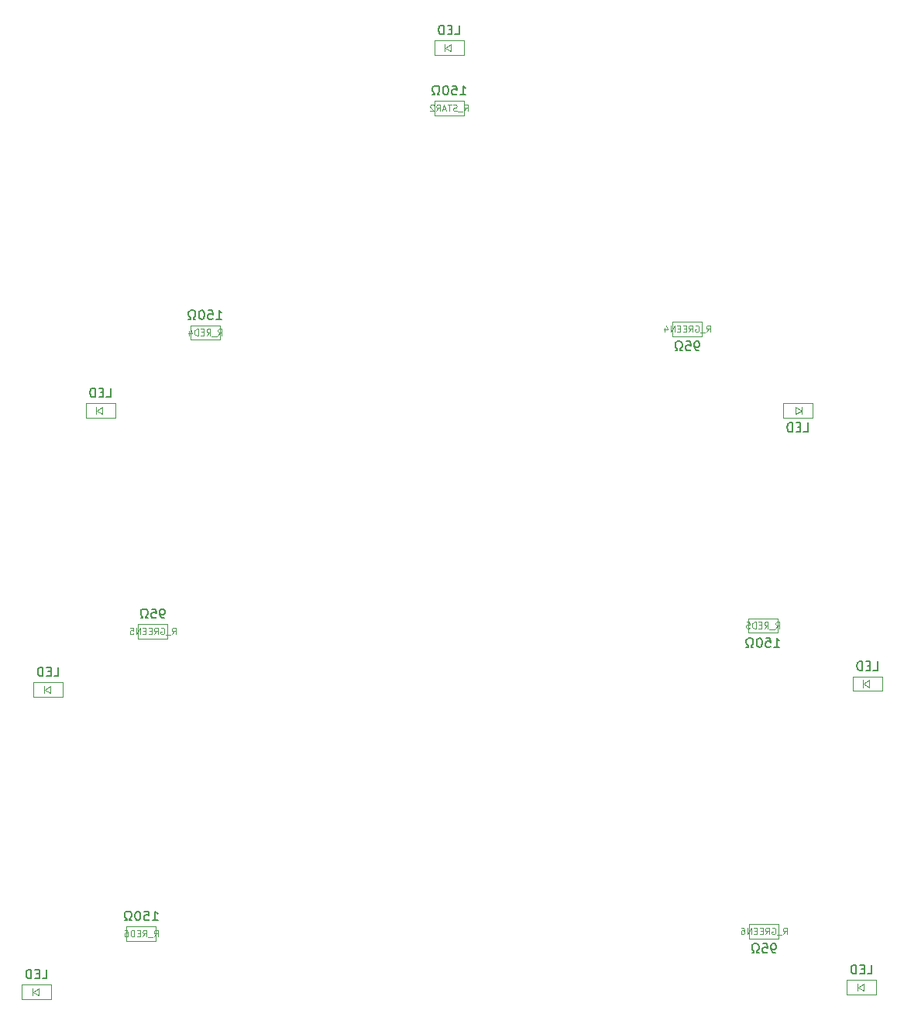
<source format=gbr>
G04 #@! TF.FileFunction,Other,Fab,Bot*
%FSLAX46Y46*%
G04 Gerber Fmt 4.6, Leading zero omitted, Abs format (unit mm)*
G04 Created by KiCad (PCBNEW 4.0.6) date Saturday, November 11, 2017 'PMt' 03:03:55 PM*
%MOMM*%
%LPD*%
G01*
G04 APERTURE LIST*
%ADD10C,0.100000*%
%ADD11C,0.150000*%
%ADD12C,0.105000*%
G04 APERTURE END LIST*
D10*
X133750000Y-64770000D02*
X133150000Y-64370000D01*
X133150000Y-64370000D02*
X133150000Y-65170000D01*
X133150000Y-65170000D02*
X133750000Y-64770000D01*
X133800000Y-64370000D02*
X133800000Y-65170000D01*
X134950000Y-65570000D02*
X134950000Y-63970000D01*
X131750000Y-65570000D02*
X134950000Y-65570000D01*
X131750000Y-63970000D02*
X131750000Y-65570000D01*
X134950000Y-63970000D02*
X131750000Y-63970000D01*
X51035000Y-95250000D02*
X51635000Y-95650000D01*
X51635000Y-95650000D02*
X51635000Y-94850000D01*
X51635000Y-94850000D02*
X51035000Y-95250000D01*
X50985000Y-95650000D02*
X50985000Y-94850000D01*
X49835000Y-94450000D02*
X49835000Y-96050000D01*
X53035000Y-94450000D02*
X49835000Y-94450000D01*
X53035000Y-96050000D02*
X53035000Y-94450000D01*
X49835000Y-96050000D02*
X53035000Y-96050000D01*
X139935000Y-127762000D02*
X140535000Y-128162000D01*
X140535000Y-128162000D02*
X140535000Y-127362000D01*
X140535000Y-127362000D02*
X139935000Y-127762000D01*
X139885000Y-128162000D02*
X139885000Y-127362000D01*
X138735000Y-126962000D02*
X138735000Y-128562000D01*
X141935000Y-126962000D02*
X138735000Y-126962000D01*
X141935000Y-128562000D02*
X141935000Y-126962000D01*
X138735000Y-128562000D02*
X141935000Y-128562000D01*
X56750000Y-64770000D02*
X57350000Y-65170000D01*
X57350000Y-65170000D02*
X57350000Y-64370000D01*
X57350000Y-64370000D02*
X56750000Y-64770000D01*
X56700000Y-65170000D02*
X56700000Y-64370000D01*
X55550000Y-63970000D02*
X55550000Y-65570000D01*
X58750000Y-63970000D02*
X55550000Y-63970000D01*
X58750000Y-65570000D02*
X58750000Y-63970000D01*
X55550000Y-65570000D02*
X58750000Y-65570000D01*
X140570000Y-94615000D02*
X141170000Y-95015000D01*
X141170000Y-95015000D02*
X141170000Y-94215000D01*
X141170000Y-94215000D02*
X140570000Y-94615000D01*
X140520000Y-95015000D02*
X140520000Y-94215000D01*
X139370000Y-93815000D02*
X139370000Y-95415000D01*
X142570000Y-93815000D02*
X139370000Y-93815000D01*
X142570000Y-95415000D02*
X142570000Y-93815000D01*
X139370000Y-95415000D02*
X142570000Y-95415000D01*
X49765000Y-128270000D02*
X50365000Y-128670000D01*
X50365000Y-128670000D02*
X50365000Y-127870000D01*
X50365000Y-127870000D02*
X49765000Y-128270000D01*
X49715000Y-128670000D02*
X49715000Y-127870000D01*
X48565000Y-127470000D02*
X48565000Y-129070000D01*
X51765000Y-127470000D02*
X48565000Y-127470000D01*
X51765000Y-129070000D02*
X51765000Y-127470000D01*
X48565000Y-129070000D02*
X51765000Y-129070000D01*
X122885000Y-56680000D02*
X122885000Y-55080000D01*
X119685000Y-56680000D02*
X122885000Y-56680000D01*
X119685000Y-55080000D02*
X119685000Y-56680000D01*
X122885000Y-55080000D02*
X119685000Y-55080000D01*
X61265000Y-88100000D02*
X61265000Y-89700000D01*
X64465000Y-88100000D02*
X61265000Y-88100000D01*
X64465000Y-89700000D02*
X64465000Y-88100000D01*
X61265000Y-89700000D02*
X64465000Y-89700000D01*
X131267000Y-122466000D02*
X131267000Y-120866000D01*
X128067000Y-122466000D02*
X131267000Y-122466000D01*
X128067000Y-120866000D02*
X128067000Y-122466000D01*
X131267000Y-120866000D02*
X128067000Y-120866000D01*
X66980000Y-55461000D02*
X66980000Y-57061000D01*
X70180000Y-55461000D02*
X66980000Y-55461000D01*
X70180000Y-57061000D02*
X70180000Y-55461000D01*
X66980000Y-57061000D02*
X70180000Y-57061000D01*
X131140000Y-89065000D02*
X131140000Y-87465000D01*
X127940000Y-89065000D02*
X131140000Y-89065000D01*
X127940000Y-87465000D02*
X127940000Y-89065000D01*
X131140000Y-87465000D02*
X127940000Y-87465000D01*
X59995000Y-121120000D02*
X59995000Y-122720000D01*
X63195000Y-121120000D02*
X59995000Y-121120000D01*
X63195000Y-122720000D02*
X63195000Y-121120000D01*
X59995000Y-122720000D02*
X63195000Y-122720000D01*
X93650000Y-30950000D02*
X93650000Y-32550000D01*
X96850000Y-30950000D02*
X93650000Y-30950000D01*
X96850000Y-32550000D02*
X96850000Y-30950000D01*
X93650000Y-32550000D02*
X96850000Y-32550000D01*
X94850000Y-25146000D02*
X95450000Y-25546000D01*
X95450000Y-25546000D02*
X95450000Y-24746000D01*
X95450000Y-24746000D02*
X94850000Y-25146000D01*
X94800000Y-25546000D02*
X94800000Y-24746000D01*
X93650000Y-24346000D02*
X93650000Y-25946000D01*
X96850000Y-24346000D02*
X93650000Y-24346000D01*
X96850000Y-25946000D02*
X96850000Y-24346000D01*
X93650000Y-25946000D02*
X96850000Y-25946000D01*
D11*
X133992857Y-67122381D02*
X134469048Y-67122381D01*
X134469048Y-66122381D01*
X133659524Y-66598571D02*
X133326190Y-66598571D01*
X133183333Y-67122381D02*
X133659524Y-67122381D01*
X133659524Y-66122381D01*
X133183333Y-66122381D01*
X132754762Y-67122381D02*
X132754762Y-66122381D01*
X132516667Y-66122381D01*
X132373809Y-66170000D01*
X132278571Y-66265238D01*
X132230952Y-66360476D01*
X132183333Y-66550952D01*
X132183333Y-66693810D01*
X132230952Y-66884286D01*
X132278571Y-66979524D01*
X132373809Y-67074762D01*
X132516667Y-67122381D01*
X132754762Y-67122381D01*
X52077857Y-93802381D02*
X52554048Y-93802381D01*
X52554048Y-92802381D01*
X51744524Y-93278571D02*
X51411190Y-93278571D01*
X51268333Y-93802381D02*
X51744524Y-93802381D01*
X51744524Y-92802381D01*
X51268333Y-92802381D01*
X50839762Y-93802381D02*
X50839762Y-92802381D01*
X50601667Y-92802381D01*
X50458809Y-92850000D01*
X50363571Y-92945238D01*
X50315952Y-93040476D01*
X50268333Y-93230952D01*
X50268333Y-93373810D01*
X50315952Y-93564286D01*
X50363571Y-93659524D01*
X50458809Y-93754762D01*
X50601667Y-93802381D01*
X50839762Y-93802381D01*
X140977857Y-126314381D02*
X141454048Y-126314381D01*
X141454048Y-125314381D01*
X140644524Y-125790571D02*
X140311190Y-125790571D01*
X140168333Y-126314381D02*
X140644524Y-126314381D01*
X140644524Y-125314381D01*
X140168333Y-125314381D01*
X139739762Y-126314381D02*
X139739762Y-125314381D01*
X139501667Y-125314381D01*
X139358809Y-125362000D01*
X139263571Y-125457238D01*
X139215952Y-125552476D01*
X139168333Y-125742952D01*
X139168333Y-125885810D01*
X139215952Y-126076286D01*
X139263571Y-126171524D01*
X139358809Y-126266762D01*
X139501667Y-126314381D01*
X139739762Y-126314381D01*
X57792857Y-63322381D02*
X58269048Y-63322381D01*
X58269048Y-62322381D01*
X57459524Y-62798571D02*
X57126190Y-62798571D01*
X56983333Y-63322381D02*
X57459524Y-63322381D01*
X57459524Y-62322381D01*
X56983333Y-62322381D01*
X56554762Y-63322381D02*
X56554762Y-62322381D01*
X56316667Y-62322381D01*
X56173809Y-62370000D01*
X56078571Y-62465238D01*
X56030952Y-62560476D01*
X55983333Y-62750952D01*
X55983333Y-62893810D01*
X56030952Y-63084286D01*
X56078571Y-63179524D01*
X56173809Y-63274762D01*
X56316667Y-63322381D01*
X56554762Y-63322381D01*
X141612857Y-93167381D02*
X142089048Y-93167381D01*
X142089048Y-92167381D01*
X141279524Y-92643571D02*
X140946190Y-92643571D01*
X140803333Y-93167381D02*
X141279524Y-93167381D01*
X141279524Y-92167381D01*
X140803333Y-92167381D01*
X140374762Y-93167381D02*
X140374762Y-92167381D01*
X140136667Y-92167381D01*
X139993809Y-92215000D01*
X139898571Y-92310238D01*
X139850952Y-92405476D01*
X139803333Y-92595952D01*
X139803333Y-92738810D01*
X139850952Y-92929286D01*
X139898571Y-93024524D01*
X139993809Y-93119762D01*
X140136667Y-93167381D01*
X140374762Y-93167381D01*
X50807857Y-126822381D02*
X51284048Y-126822381D01*
X51284048Y-125822381D01*
X50474524Y-126298571D02*
X50141190Y-126298571D01*
X49998333Y-126822381D02*
X50474524Y-126822381D01*
X50474524Y-125822381D01*
X49998333Y-125822381D01*
X49569762Y-126822381D02*
X49569762Y-125822381D01*
X49331667Y-125822381D01*
X49188809Y-125870000D01*
X49093571Y-125965238D01*
X49045952Y-126060476D01*
X48998333Y-126250952D01*
X48998333Y-126393810D01*
X49045952Y-126584286D01*
X49093571Y-126679524D01*
X49188809Y-126774762D01*
X49331667Y-126822381D01*
X49569762Y-126822381D01*
X122523095Y-58232381D02*
X122332619Y-58232381D01*
X122237380Y-58184762D01*
X122189761Y-58137143D01*
X122094523Y-57994286D01*
X122046904Y-57803810D01*
X122046904Y-57422857D01*
X122094523Y-57327619D01*
X122142142Y-57280000D01*
X122237380Y-57232381D01*
X122427857Y-57232381D01*
X122523095Y-57280000D01*
X122570714Y-57327619D01*
X122618333Y-57422857D01*
X122618333Y-57660952D01*
X122570714Y-57756190D01*
X122523095Y-57803810D01*
X122427857Y-57851429D01*
X122237380Y-57851429D01*
X122142142Y-57803810D01*
X122094523Y-57756190D01*
X122046904Y-57660952D01*
X121142142Y-57232381D02*
X121618333Y-57232381D01*
X121665952Y-57708571D01*
X121618333Y-57660952D01*
X121523095Y-57613333D01*
X121284999Y-57613333D01*
X121189761Y-57660952D01*
X121142142Y-57708571D01*
X121094523Y-57803810D01*
X121094523Y-58041905D01*
X121142142Y-58137143D01*
X121189761Y-58184762D01*
X121284999Y-58232381D01*
X121523095Y-58232381D01*
X121618333Y-58184762D01*
X121665952Y-58137143D01*
X120713571Y-58232381D02*
X120475476Y-58232381D01*
X120475476Y-58041905D01*
X120570714Y-57994286D01*
X120665952Y-57899048D01*
X120713571Y-57756190D01*
X120713571Y-57518095D01*
X120665952Y-57375238D01*
X120570714Y-57280000D01*
X120427857Y-57232381D01*
X120237380Y-57232381D01*
X120094523Y-57280000D01*
X119999285Y-57375238D01*
X119951666Y-57518095D01*
X119951666Y-57756190D01*
X119999285Y-57899048D01*
X120094523Y-57994286D01*
X120189761Y-58041905D01*
X120189761Y-58232381D01*
X119951666Y-58232381D01*
D12*
X123368332Y-56196667D02*
X123601666Y-55863333D01*
X123768332Y-56196667D02*
X123768332Y-55496667D01*
X123501666Y-55496667D01*
X123434999Y-55530000D01*
X123401666Y-55563333D01*
X123368332Y-55630000D01*
X123368332Y-55730000D01*
X123401666Y-55796667D01*
X123434999Y-55830000D01*
X123501666Y-55863333D01*
X123768332Y-55863333D01*
X123234999Y-56263333D02*
X122701666Y-56263333D01*
X122168333Y-55530000D02*
X122234999Y-55496667D01*
X122334999Y-55496667D01*
X122434999Y-55530000D01*
X122501666Y-55596667D01*
X122534999Y-55663333D01*
X122568333Y-55796667D01*
X122568333Y-55896667D01*
X122534999Y-56030000D01*
X122501666Y-56096667D01*
X122434999Y-56163333D01*
X122334999Y-56196667D01*
X122268333Y-56196667D01*
X122168333Y-56163333D01*
X122134999Y-56130000D01*
X122134999Y-55896667D01*
X122268333Y-55896667D01*
X121434999Y-56196667D02*
X121668333Y-55863333D01*
X121834999Y-56196667D02*
X121834999Y-55496667D01*
X121568333Y-55496667D01*
X121501666Y-55530000D01*
X121468333Y-55563333D01*
X121434999Y-55630000D01*
X121434999Y-55730000D01*
X121468333Y-55796667D01*
X121501666Y-55830000D01*
X121568333Y-55863333D01*
X121834999Y-55863333D01*
X121134999Y-55830000D02*
X120901666Y-55830000D01*
X120801666Y-56196667D02*
X121134999Y-56196667D01*
X121134999Y-55496667D01*
X120801666Y-55496667D01*
X120501666Y-55830000D02*
X120268333Y-55830000D01*
X120168333Y-56196667D02*
X120501666Y-56196667D01*
X120501666Y-55496667D01*
X120168333Y-55496667D01*
X119868333Y-56196667D02*
X119868333Y-55496667D01*
X119468333Y-56196667D01*
X119468333Y-55496667D01*
X118835000Y-55730000D02*
X118835000Y-56196667D01*
X119001667Y-55463333D02*
X119168334Y-55963333D01*
X118735000Y-55963333D01*
D11*
X64103095Y-87452381D02*
X63912619Y-87452381D01*
X63817380Y-87404762D01*
X63769761Y-87357143D01*
X63674523Y-87214286D01*
X63626904Y-87023810D01*
X63626904Y-86642857D01*
X63674523Y-86547619D01*
X63722142Y-86500000D01*
X63817380Y-86452381D01*
X64007857Y-86452381D01*
X64103095Y-86500000D01*
X64150714Y-86547619D01*
X64198333Y-86642857D01*
X64198333Y-86880952D01*
X64150714Y-86976190D01*
X64103095Y-87023810D01*
X64007857Y-87071429D01*
X63817380Y-87071429D01*
X63722142Y-87023810D01*
X63674523Y-86976190D01*
X63626904Y-86880952D01*
X62722142Y-86452381D02*
X63198333Y-86452381D01*
X63245952Y-86928571D01*
X63198333Y-86880952D01*
X63103095Y-86833333D01*
X62864999Y-86833333D01*
X62769761Y-86880952D01*
X62722142Y-86928571D01*
X62674523Y-87023810D01*
X62674523Y-87261905D01*
X62722142Y-87357143D01*
X62769761Y-87404762D01*
X62864999Y-87452381D01*
X63103095Y-87452381D01*
X63198333Y-87404762D01*
X63245952Y-87357143D01*
X62293571Y-87452381D02*
X62055476Y-87452381D01*
X62055476Y-87261905D01*
X62150714Y-87214286D01*
X62245952Y-87119048D01*
X62293571Y-86976190D01*
X62293571Y-86738095D01*
X62245952Y-86595238D01*
X62150714Y-86500000D01*
X62007857Y-86452381D01*
X61817380Y-86452381D01*
X61674523Y-86500000D01*
X61579285Y-86595238D01*
X61531666Y-86738095D01*
X61531666Y-86976190D01*
X61579285Y-87119048D01*
X61674523Y-87214286D01*
X61769761Y-87261905D01*
X61769761Y-87452381D01*
X61531666Y-87452381D01*
D12*
X64948332Y-89216667D02*
X65181666Y-88883333D01*
X65348332Y-89216667D02*
X65348332Y-88516667D01*
X65081666Y-88516667D01*
X65014999Y-88550000D01*
X64981666Y-88583333D01*
X64948332Y-88650000D01*
X64948332Y-88750000D01*
X64981666Y-88816667D01*
X65014999Y-88850000D01*
X65081666Y-88883333D01*
X65348332Y-88883333D01*
X64814999Y-89283333D02*
X64281666Y-89283333D01*
X63748333Y-88550000D02*
X63814999Y-88516667D01*
X63914999Y-88516667D01*
X64014999Y-88550000D01*
X64081666Y-88616667D01*
X64114999Y-88683333D01*
X64148333Y-88816667D01*
X64148333Y-88916667D01*
X64114999Y-89050000D01*
X64081666Y-89116667D01*
X64014999Y-89183333D01*
X63914999Y-89216667D01*
X63848333Y-89216667D01*
X63748333Y-89183333D01*
X63714999Y-89150000D01*
X63714999Y-88916667D01*
X63848333Y-88916667D01*
X63014999Y-89216667D02*
X63248333Y-88883333D01*
X63414999Y-89216667D02*
X63414999Y-88516667D01*
X63148333Y-88516667D01*
X63081666Y-88550000D01*
X63048333Y-88583333D01*
X63014999Y-88650000D01*
X63014999Y-88750000D01*
X63048333Y-88816667D01*
X63081666Y-88850000D01*
X63148333Y-88883333D01*
X63414999Y-88883333D01*
X62714999Y-88850000D02*
X62481666Y-88850000D01*
X62381666Y-89216667D02*
X62714999Y-89216667D01*
X62714999Y-88516667D01*
X62381666Y-88516667D01*
X62081666Y-88850000D02*
X61848333Y-88850000D01*
X61748333Y-89216667D02*
X62081666Y-89216667D01*
X62081666Y-88516667D01*
X61748333Y-88516667D01*
X61448333Y-89216667D02*
X61448333Y-88516667D01*
X61048333Y-89216667D01*
X61048333Y-88516667D01*
X60381667Y-88516667D02*
X60715000Y-88516667D01*
X60748334Y-88850000D01*
X60715000Y-88816667D01*
X60648334Y-88783333D01*
X60481667Y-88783333D01*
X60415000Y-88816667D01*
X60381667Y-88850000D01*
X60348334Y-88916667D01*
X60348334Y-89083333D01*
X60381667Y-89150000D01*
X60415000Y-89183333D01*
X60481667Y-89216667D01*
X60648334Y-89216667D01*
X60715000Y-89183333D01*
X60748334Y-89150000D01*
D11*
X130905095Y-124018381D02*
X130714619Y-124018381D01*
X130619380Y-123970762D01*
X130571761Y-123923143D01*
X130476523Y-123780286D01*
X130428904Y-123589810D01*
X130428904Y-123208857D01*
X130476523Y-123113619D01*
X130524142Y-123066000D01*
X130619380Y-123018381D01*
X130809857Y-123018381D01*
X130905095Y-123066000D01*
X130952714Y-123113619D01*
X131000333Y-123208857D01*
X131000333Y-123446952D01*
X130952714Y-123542190D01*
X130905095Y-123589810D01*
X130809857Y-123637429D01*
X130619380Y-123637429D01*
X130524142Y-123589810D01*
X130476523Y-123542190D01*
X130428904Y-123446952D01*
X129524142Y-123018381D02*
X130000333Y-123018381D01*
X130047952Y-123494571D01*
X130000333Y-123446952D01*
X129905095Y-123399333D01*
X129666999Y-123399333D01*
X129571761Y-123446952D01*
X129524142Y-123494571D01*
X129476523Y-123589810D01*
X129476523Y-123827905D01*
X129524142Y-123923143D01*
X129571761Y-123970762D01*
X129666999Y-124018381D01*
X129905095Y-124018381D01*
X130000333Y-123970762D01*
X130047952Y-123923143D01*
X129095571Y-124018381D02*
X128857476Y-124018381D01*
X128857476Y-123827905D01*
X128952714Y-123780286D01*
X129047952Y-123685048D01*
X129095571Y-123542190D01*
X129095571Y-123304095D01*
X129047952Y-123161238D01*
X128952714Y-123066000D01*
X128809857Y-123018381D01*
X128619380Y-123018381D01*
X128476523Y-123066000D01*
X128381285Y-123161238D01*
X128333666Y-123304095D01*
X128333666Y-123542190D01*
X128381285Y-123685048D01*
X128476523Y-123780286D01*
X128571761Y-123827905D01*
X128571761Y-124018381D01*
X128333666Y-124018381D01*
D12*
X131750332Y-121982667D02*
X131983666Y-121649333D01*
X132150332Y-121982667D02*
X132150332Y-121282667D01*
X131883666Y-121282667D01*
X131816999Y-121316000D01*
X131783666Y-121349333D01*
X131750332Y-121416000D01*
X131750332Y-121516000D01*
X131783666Y-121582667D01*
X131816999Y-121616000D01*
X131883666Y-121649333D01*
X132150332Y-121649333D01*
X131616999Y-122049333D02*
X131083666Y-122049333D01*
X130550333Y-121316000D02*
X130616999Y-121282667D01*
X130716999Y-121282667D01*
X130816999Y-121316000D01*
X130883666Y-121382667D01*
X130916999Y-121449333D01*
X130950333Y-121582667D01*
X130950333Y-121682667D01*
X130916999Y-121816000D01*
X130883666Y-121882667D01*
X130816999Y-121949333D01*
X130716999Y-121982667D01*
X130650333Y-121982667D01*
X130550333Y-121949333D01*
X130516999Y-121916000D01*
X130516999Y-121682667D01*
X130650333Y-121682667D01*
X129816999Y-121982667D02*
X130050333Y-121649333D01*
X130216999Y-121982667D02*
X130216999Y-121282667D01*
X129950333Y-121282667D01*
X129883666Y-121316000D01*
X129850333Y-121349333D01*
X129816999Y-121416000D01*
X129816999Y-121516000D01*
X129850333Y-121582667D01*
X129883666Y-121616000D01*
X129950333Y-121649333D01*
X130216999Y-121649333D01*
X129516999Y-121616000D02*
X129283666Y-121616000D01*
X129183666Y-121982667D02*
X129516999Y-121982667D01*
X129516999Y-121282667D01*
X129183666Y-121282667D01*
X128883666Y-121616000D02*
X128650333Y-121616000D01*
X128550333Y-121982667D02*
X128883666Y-121982667D01*
X128883666Y-121282667D01*
X128550333Y-121282667D01*
X128250333Y-121982667D02*
X128250333Y-121282667D01*
X127850333Y-121982667D01*
X127850333Y-121282667D01*
X127217000Y-121282667D02*
X127350334Y-121282667D01*
X127417000Y-121316000D01*
X127450334Y-121349333D01*
X127517000Y-121449333D01*
X127550334Y-121582667D01*
X127550334Y-121849333D01*
X127517000Y-121916000D01*
X127483667Y-121949333D01*
X127417000Y-121982667D01*
X127283667Y-121982667D01*
X127217000Y-121949333D01*
X127183667Y-121916000D01*
X127150334Y-121849333D01*
X127150334Y-121682667D01*
X127183667Y-121616000D01*
X127217000Y-121582667D01*
X127283667Y-121549333D01*
X127417000Y-121549333D01*
X127483667Y-121582667D01*
X127517000Y-121616000D01*
X127550334Y-121682667D01*
D11*
X69818095Y-54813381D02*
X70389524Y-54813381D01*
X70103810Y-54813381D02*
X70103810Y-53813381D01*
X70199048Y-53956238D01*
X70294286Y-54051476D01*
X70389524Y-54099095D01*
X68913333Y-53813381D02*
X69389524Y-53813381D01*
X69437143Y-54289571D01*
X69389524Y-54241952D01*
X69294286Y-54194333D01*
X69056190Y-54194333D01*
X68960952Y-54241952D01*
X68913333Y-54289571D01*
X68865714Y-54384810D01*
X68865714Y-54622905D01*
X68913333Y-54718143D01*
X68960952Y-54765762D01*
X69056190Y-54813381D01*
X69294286Y-54813381D01*
X69389524Y-54765762D01*
X69437143Y-54718143D01*
X68246667Y-53813381D02*
X68151428Y-53813381D01*
X68056190Y-53861000D01*
X68008571Y-53908619D01*
X67960952Y-54003857D01*
X67913333Y-54194333D01*
X67913333Y-54432429D01*
X67960952Y-54622905D01*
X68008571Y-54718143D01*
X68056190Y-54765762D01*
X68151428Y-54813381D01*
X68246667Y-54813381D01*
X68341905Y-54765762D01*
X68389524Y-54718143D01*
X68437143Y-54622905D01*
X68484762Y-54432429D01*
X68484762Y-54194333D01*
X68437143Y-54003857D01*
X68389524Y-53908619D01*
X68341905Y-53861000D01*
X68246667Y-53813381D01*
X67532381Y-54813381D02*
X67294286Y-54813381D01*
X67294286Y-54622905D01*
X67389524Y-54575286D01*
X67484762Y-54480048D01*
X67532381Y-54337190D01*
X67532381Y-54099095D01*
X67484762Y-53956238D01*
X67389524Y-53861000D01*
X67246667Y-53813381D01*
X67056190Y-53813381D01*
X66913333Y-53861000D01*
X66818095Y-53956238D01*
X66770476Y-54099095D01*
X66770476Y-54337190D01*
X66818095Y-54480048D01*
X66913333Y-54575286D01*
X67008571Y-54622905D01*
X67008571Y-54813381D01*
X66770476Y-54813381D01*
D12*
X69979999Y-56577667D02*
X70213333Y-56244333D01*
X70379999Y-56577667D02*
X70379999Y-55877667D01*
X70113333Y-55877667D01*
X70046666Y-55911000D01*
X70013333Y-55944333D01*
X69979999Y-56011000D01*
X69979999Y-56111000D01*
X70013333Y-56177667D01*
X70046666Y-56211000D01*
X70113333Y-56244333D01*
X70379999Y-56244333D01*
X69846666Y-56644333D02*
X69313333Y-56644333D01*
X68746666Y-56577667D02*
X68980000Y-56244333D01*
X69146666Y-56577667D02*
X69146666Y-55877667D01*
X68880000Y-55877667D01*
X68813333Y-55911000D01*
X68780000Y-55944333D01*
X68746666Y-56011000D01*
X68746666Y-56111000D01*
X68780000Y-56177667D01*
X68813333Y-56211000D01*
X68880000Y-56244333D01*
X69146666Y-56244333D01*
X68446666Y-56211000D02*
X68213333Y-56211000D01*
X68113333Y-56577667D02*
X68446666Y-56577667D01*
X68446666Y-55877667D01*
X68113333Y-55877667D01*
X67813333Y-56577667D02*
X67813333Y-55877667D01*
X67646667Y-55877667D01*
X67546667Y-55911000D01*
X67480000Y-55977667D01*
X67446667Y-56044333D01*
X67413333Y-56177667D01*
X67413333Y-56277667D01*
X67446667Y-56411000D01*
X67480000Y-56477667D01*
X67546667Y-56544333D01*
X67646667Y-56577667D01*
X67813333Y-56577667D01*
X66813333Y-56111000D02*
X66813333Y-56577667D01*
X66980000Y-55844333D02*
X67146667Y-56344333D01*
X66713333Y-56344333D01*
D11*
X130778095Y-90617381D02*
X131349524Y-90617381D01*
X131063810Y-90617381D02*
X131063810Y-89617381D01*
X131159048Y-89760238D01*
X131254286Y-89855476D01*
X131349524Y-89903095D01*
X129873333Y-89617381D02*
X130349524Y-89617381D01*
X130397143Y-90093571D01*
X130349524Y-90045952D01*
X130254286Y-89998333D01*
X130016190Y-89998333D01*
X129920952Y-90045952D01*
X129873333Y-90093571D01*
X129825714Y-90188810D01*
X129825714Y-90426905D01*
X129873333Y-90522143D01*
X129920952Y-90569762D01*
X130016190Y-90617381D01*
X130254286Y-90617381D01*
X130349524Y-90569762D01*
X130397143Y-90522143D01*
X129206667Y-89617381D02*
X129111428Y-89617381D01*
X129016190Y-89665000D01*
X128968571Y-89712619D01*
X128920952Y-89807857D01*
X128873333Y-89998333D01*
X128873333Y-90236429D01*
X128920952Y-90426905D01*
X128968571Y-90522143D01*
X129016190Y-90569762D01*
X129111428Y-90617381D01*
X129206667Y-90617381D01*
X129301905Y-90569762D01*
X129349524Y-90522143D01*
X129397143Y-90426905D01*
X129444762Y-90236429D01*
X129444762Y-89998333D01*
X129397143Y-89807857D01*
X129349524Y-89712619D01*
X129301905Y-89665000D01*
X129206667Y-89617381D01*
X128492381Y-90617381D02*
X128254286Y-90617381D01*
X128254286Y-90426905D01*
X128349524Y-90379286D01*
X128444762Y-90284048D01*
X128492381Y-90141190D01*
X128492381Y-89903095D01*
X128444762Y-89760238D01*
X128349524Y-89665000D01*
X128206667Y-89617381D01*
X128016190Y-89617381D01*
X127873333Y-89665000D01*
X127778095Y-89760238D01*
X127730476Y-89903095D01*
X127730476Y-90141190D01*
X127778095Y-90284048D01*
X127873333Y-90379286D01*
X127968571Y-90426905D01*
X127968571Y-90617381D01*
X127730476Y-90617381D01*
D12*
X130939999Y-88581667D02*
X131173333Y-88248333D01*
X131339999Y-88581667D02*
X131339999Y-87881667D01*
X131073333Y-87881667D01*
X131006666Y-87915000D01*
X130973333Y-87948333D01*
X130939999Y-88015000D01*
X130939999Y-88115000D01*
X130973333Y-88181667D01*
X131006666Y-88215000D01*
X131073333Y-88248333D01*
X131339999Y-88248333D01*
X130806666Y-88648333D02*
X130273333Y-88648333D01*
X129706666Y-88581667D02*
X129940000Y-88248333D01*
X130106666Y-88581667D02*
X130106666Y-87881667D01*
X129840000Y-87881667D01*
X129773333Y-87915000D01*
X129740000Y-87948333D01*
X129706666Y-88015000D01*
X129706666Y-88115000D01*
X129740000Y-88181667D01*
X129773333Y-88215000D01*
X129840000Y-88248333D01*
X130106666Y-88248333D01*
X129406666Y-88215000D02*
X129173333Y-88215000D01*
X129073333Y-88581667D02*
X129406666Y-88581667D01*
X129406666Y-87881667D01*
X129073333Y-87881667D01*
X128773333Y-88581667D02*
X128773333Y-87881667D01*
X128606667Y-87881667D01*
X128506667Y-87915000D01*
X128440000Y-87981667D01*
X128406667Y-88048333D01*
X128373333Y-88181667D01*
X128373333Y-88281667D01*
X128406667Y-88415000D01*
X128440000Y-88481667D01*
X128506667Y-88548333D01*
X128606667Y-88581667D01*
X128773333Y-88581667D01*
X127740000Y-87881667D02*
X128073333Y-87881667D01*
X128106667Y-88215000D01*
X128073333Y-88181667D01*
X128006667Y-88148333D01*
X127840000Y-88148333D01*
X127773333Y-88181667D01*
X127740000Y-88215000D01*
X127706667Y-88281667D01*
X127706667Y-88448333D01*
X127740000Y-88515000D01*
X127773333Y-88548333D01*
X127840000Y-88581667D01*
X128006667Y-88581667D01*
X128073333Y-88548333D01*
X128106667Y-88515000D01*
D11*
X62833095Y-120472381D02*
X63404524Y-120472381D01*
X63118810Y-120472381D02*
X63118810Y-119472381D01*
X63214048Y-119615238D01*
X63309286Y-119710476D01*
X63404524Y-119758095D01*
X61928333Y-119472381D02*
X62404524Y-119472381D01*
X62452143Y-119948571D01*
X62404524Y-119900952D01*
X62309286Y-119853333D01*
X62071190Y-119853333D01*
X61975952Y-119900952D01*
X61928333Y-119948571D01*
X61880714Y-120043810D01*
X61880714Y-120281905D01*
X61928333Y-120377143D01*
X61975952Y-120424762D01*
X62071190Y-120472381D01*
X62309286Y-120472381D01*
X62404524Y-120424762D01*
X62452143Y-120377143D01*
X61261667Y-119472381D02*
X61166428Y-119472381D01*
X61071190Y-119520000D01*
X61023571Y-119567619D01*
X60975952Y-119662857D01*
X60928333Y-119853333D01*
X60928333Y-120091429D01*
X60975952Y-120281905D01*
X61023571Y-120377143D01*
X61071190Y-120424762D01*
X61166428Y-120472381D01*
X61261667Y-120472381D01*
X61356905Y-120424762D01*
X61404524Y-120377143D01*
X61452143Y-120281905D01*
X61499762Y-120091429D01*
X61499762Y-119853333D01*
X61452143Y-119662857D01*
X61404524Y-119567619D01*
X61356905Y-119520000D01*
X61261667Y-119472381D01*
X60547381Y-120472381D02*
X60309286Y-120472381D01*
X60309286Y-120281905D01*
X60404524Y-120234286D01*
X60499762Y-120139048D01*
X60547381Y-119996190D01*
X60547381Y-119758095D01*
X60499762Y-119615238D01*
X60404524Y-119520000D01*
X60261667Y-119472381D01*
X60071190Y-119472381D01*
X59928333Y-119520000D01*
X59833095Y-119615238D01*
X59785476Y-119758095D01*
X59785476Y-119996190D01*
X59833095Y-120139048D01*
X59928333Y-120234286D01*
X60023571Y-120281905D01*
X60023571Y-120472381D01*
X59785476Y-120472381D01*
D12*
X62994999Y-122236667D02*
X63228333Y-121903333D01*
X63394999Y-122236667D02*
X63394999Y-121536667D01*
X63128333Y-121536667D01*
X63061666Y-121570000D01*
X63028333Y-121603333D01*
X62994999Y-121670000D01*
X62994999Y-121770000D01*
X63028333Y-121836667D01*
X63061666Y-121870000D01*
X63128333Y-121903333D01*
X63394999Y-121903333D01*
X62861666Y-122303333D02*
X62328333Y-122303333D01*
X61761666Y-122236667D02*
X61995000Y-121903333D01*
X62161666Y-122236667D02*
X62161666Y-121536667D01*
X61895000Y-121536667D01*
X61828333Y-121570000D01*
X61795000Y-121603333D01*
X61761666Y-121670000D01*
X61761666Y-121770000D01*
X61795000Y-121836667D01*
X61828333Y-121870000D01*
X61895000Y-121903333D01*
X62161666Y-121903333D01*
X61461666Y-121870000D02*
X61228333Y-121870000D01*
X61128333Y-122236667D02*
X61461666Y-122236667D01*
X61461666Y-121536667D01*
X61128333Y-121536667D01*
X60828333Y-122236667D02*
X60828333Y-121536667D01*
X60661667Y-121536667D01*
X60561667Y-121570000D01*
X60495000Y-121636667D01*
X60461667Y-121703333D01*
X60428333Y-121836667D01*
X60428333Y-121936667D01*
X60461667Y-122070000D01*
X60495000Y-122136667D01*
X60561667Y-122203333D01*
X60661667Y-122236667D01*
X60828333Y-122236667D01*
X59828333Y-121536667D02*
X59961667Y-121536667D01*
X60028333Y-121570000D01*
X60061667Y-121603333D01*
X60128333Y-121703333D01*
X60161667Y-121836667D01*
X60161667Y-122103333D01*
X60128333Y-122170000D01*
X60095000Y-122203333D01*
X60028333Y-122236667D01*
X59895000Y-122236667D01*
X59828333Y-122203333D01*
X59795000Y-122170000D01*
X59761667Y-122103333D01*
X59761667Y-121936667D01*
X59795000Y-121870000D01*
X59828333Y-121836667D01*
X59895000Y-121803333D01*
X60028333Y-121803333D01*
X60095000Y-121836667D01*
X60128333Y-121870000D01*
X60161667Y-121936667D01*
D11*
X96488095Y-30302381D02*
X97059524Y-30302381D01*
X96773810Y-30302381D02*
X96773810Y-29302381D01*
X96869048Y-29445238D01*
X96964286Y-29540476D01*
X97059524Y-29588095D01*
X95583333Y-29302381D02*
X96059524Y-29302381D01*
X96107143Y-29778571D01*
X96059524Y-29730952D01*
X95964286Y-29683333D01*
X95726190Y-29683333D01*
X95630952Y-29730952D01*
X95583333Y-29778571D01*
X95535714Y-29873810D01*
X95535714Y-30111905D01*
X95583333Y-30207143D01*
X95630952Y-30254762D01*
X95726190Y-30302381D01*
X95964286Y-30302381D01*
X96059524Y-30254762D01*
X96107143Y-30207143D01*
X94916667Y-29302381D02*
X94821428Y-29302381D01*
X94726190Y-29350000D01*
X94678571Y-29397619D01*
X94630952Y-29492857D01*
X94583333Y-29683333D01*
X94583333Y-29921429D01*
X94630952Y-30111905D01*
X94678571Y-30207143D01*
X94726190Y-30254762D01*
X94821428Y-30302381D01*
X94916667Y-30302381D01*
X95011905Y-30254762D01*
X95059524Y-30207143D01*
X95107143Y-30111905D01*
X95154762Y-29921429D01*
X95154762Y-29683333D01*
X95107143Y-29492857D01*
X95059524Y-29397619D01*
X95011905Y-29350000D01*
X94916667Y-29302381D01*
X94202381Y-30302381D02*
X93964286Y-30302381D01*
X93964286Y-30111905D01*
X94059524Y-30064286D01*
X94154762Y-29969048D01*
X94202381Y-29826190D01*
X94202381Y-29588095D01*
X94154762Y-29445238D01*
X94059524Y-29350000D01*
X93916667Y-29302381D01*
X93726190Y-29302381D01*
X93583333Y-29350000D01*
X93488095Y-29445238D01*
X93440476Y-29588095D01*
X93440476Y-29826190D01*
X93488095Y-29969048D01*
X93583333Y-30064286D01*
X93678571Y-30111905D01*
X93678571Y-30302381D01*
X93440476Y-30302381D01*
D12*
X96883333Y-32066667D02*
X97116667Y-31733333D01*
X97283333Y-32066667D02*
X97283333Y-31366667D01*
X97016667Y-31366667D01*
X96950000Y-31400000D01*
X96916667Y-31433333D01*
X96883333Y-31500000D01*
X96883333Y-31600000D01*
X96916667Y-31666667D01*
X96950000Y-31700000D01*
X97016667Y-31733333D01*
X97283333Y-31733333D01*
X96750000Y-32133333D02*
X96216667Y-32133333D01*
X96083334Y-32033333D02*
X95983334Y-32066667D01*
X95816667Y-32066667D01*
X95750000Y-32033333D01*
X95716667Y-32000000D01*
X95683334Y-31933333D01*
X95683334Y-31866667D01*
X95716667Y-31800000D01*
X95750000Y-31766667D01*
X95816667Y-31733333D01*
X95950000Y-31700000D01*
X96016667Y-31666667D01*
X96050000Y-31633333D01*
X96083334Y-31566667D01*
X96083334Y-31500000D01*
X96050000Y-31433333D01*
X96016667Y-31400000D01*
X95950000Y-31366667D01*
X95783334Y-31366667D01*
X95683334Y-31400000D01*
X95483333Y-31366667D02*
X95083333Y-31366667D01*
X95283333Y-32066667D02*
X95283333Y-31366667D01*
X94883334Y-31866667D02*
X94550000Y-31866667D01*
X94950000Y-32066667D02*
X94716667Y-31366667D01*
X94483334Y-32066667D01*
X93850000Y-32066667D02*
X94083334Y-31733333D01*
X94250000Y-32066667D02*
X94250000Y-31366667D01*
X93983334Y-31366667D01*
X93916667Y-31400000D01*
X93883334Y-31433333D01*
X93850000Y-31500000D01*
X93850000Y-31600000D01*
X93883334Y-31666667D01*
X93916667Y-31700000D01*
X93983334Y-31733333D01*
X94250000Y-31733333D01*
X93583334Y-31433333D02*
X93550000Y-31400000D01*
X93483334Y-31366667D01*
X93316667Y-31366667D01*
X93250000Y-31400000D01*
X93216667Y-31433333D01*
X93183334Y-31500000D01*
X93183334Y-31566667D01*
X93216667Y-31666667D01*
X93616667Y-32066667D01*
X93183334Y-32066667D01*
D11*
X95892857Y-23698381D02*
X96369048Y-23698381D01*
X96369048Y-22698381D01*
X95559524Y-23174571D02*
X95226190Y-23174571D01*
X95083333Y-23698381D02*
X95559524Y-23698381D01*
X95559524Y-22698381D01*
X95083333Y-22698381D01*
X94654762Y-23698381D02*
X94654762Y-22698381D01*
X94416667Y-22698381D01*
X94273809Y-22746000D01*
X94178571Y-22841238D01*
X94130952Y-22936476D01*
X94083333Y-23126952D01*
X94083333Y-23269810D01*
X94130952Y-23460286D01*
X94178571Y-23555524D01*
X94273809Y-23650762D01*
X94416667Y-23698381D01*
X94654762Y-23698381D01*
M02*

</source>
